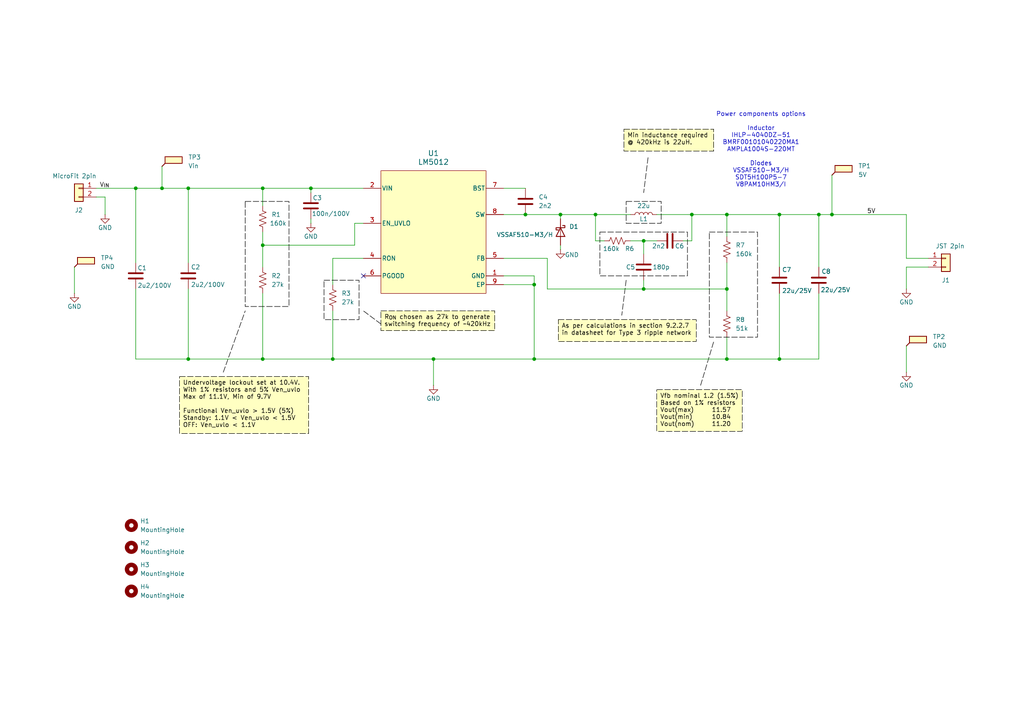
<source format=kicad_sch>
(kicad_sch (version 20250114) (generator "eeschema") (generator_version "9.0")
  (paper "A4")
  (title_block (title "LM5012/LM5013 regulator board for Sodlr") (rev "1.0") (company "By PrithviRaj Narendra"))
  (lib_symbols
    (symbol "NUCU_v4:C" (pin_numbers (hide yes)) (pin_names (offset 0.254))
      (property "Reference" "C" (at 0.635 2.54 0))
      (property "Value" "C" (at 0.635 -2.54 0))
      (symbol "C_0_1"
        (polyline (pts (xy -2.032 0.762) (xy 2.032 0.762)) (stroke (width 0.508)))
        (polyline (pts (xy -2.032 -0.762) (xy 2.032 -0.762)) (stroke (width 0.508)))
      )
      (symbol "C_1_1"
        (pin passive line (at 0 3.81 270) (length 2.794) (name "~") (number "1"))
        (pin passive line (at 0 -3.81 90) (length 2.794) (name "~") (number "2"))
      )
    )
    (symbol "NUCU_v4:Conn_01x02" (pin_names (offset 1.016) (hide yes))
      (property "Reference" "J" (at 0 2.54 0))
      (property "Value" "Conn_01x02" (at 0 -5.08 0))
      (symbol "Conn_01x02_1_1"
        (rectangle (start -1.27 1.27) (end 1.27 -3.81) (stroke (width 0.254)) (fill (type background)))
        (rectangle (start -1.27 0.127) (end 0 -0.127) (stroke (width 0.1524)))
        (rectangle (start -1.27 -2.413) (end 0 -2.667) (stroke (width 0.1524)))
        (pin passive line (at -5.08 0 0) (length 3.81) (name "Pin_1") (number "1"))
        (pin passive line (at -5.08 -2.54 0) (length 3.81) (name "Pin_2") (number "2"))
      )
    )
    (symbol "NUCU_v4:D_Schottky" (pin_numbers (hide yes)) (pin_names (offset 1.016) (hide yes))
      (property "Reference" "D" (at 0 2.54 0))
      (property "Value" "D_Schottky" (at 0 -2.54 0))
      (symbol "D_Schottky_0_1"
        (polyline (pts (xy -1.905 0.635) (xy -1.905 1.27) (xy -1.27 1.27) (xy -1.27 -1.27) (xy -0.635 -1.27) (xy -0.635 -0.635)) (stroke (width 0.254)))
        (polyline (pts (xy 1.27 1.27) (xy 1.27 -1.27) (xy -1.27 0) (xy 1.27 1.27)) (stroke (width 0.254)))
        (polyline (pts (xy 1.27 0) (xy -1.27 0)))
      )
      (symbol "D_Schottky_1_1"
        (pin passive line (at -3.81 0 0) (length 2.54) (name "K") (number "1"))
        (pin passive line (at 3.81 0 180) (length 2.54) (name "A") (number "2"))
      )
    )
    (symbol "NUCU_v4:GND" (power) (pin_numbers (hide yes)) (pin_names (offset 0) (hide yes))
      (property "Value" "GND" (at 0 -3.81 0))
      (symbol "GND_0_1"
        (polyline (pts (xy 0 0) (xy 0 -1.27) (xy 1.27 -1.27) (xy 0 -2.54) (xy -1.27 -1.27) (xy 0 -1.27)))
      )
      (symbol "GND_1_1"
        (pin power_in line (at 0 0 270) (length 0) (name "~") (number "1"))
      )
    )
    (symbol "NUCU_v4:L" (pin_numbers (hide yes)) (pin_names (offset 1.016) (hide yes))
      (property "Reference" "L" (at -1.27 0 90))
      (property "Value" "L" (at 1.905 0 90))
      (symbol "L_0_1"
        (arc (start 0 2.54) (mid 0.6323 1.905) (end 0 1.27))
        (arc (start 0 1.27) (mid 0.6323 0.635) (end 0 0))
        (arc (start 0 0) (mid 0.6323 -0.635) (end 0 -1.27))
        (arc (start 0 -1.27) (mid 0.6323 -1.905) (end 0 -2.54))
      )
      (symbol "L_1_1"
        (pin passive line (at 0 3.81 270) (length 1.27) (name "1") (number "1"))
        (pin passive line (at 0 -3.81 90) (length 1.27) (name "2") (number "2"))
      )
    )
    (symbol "NUCU_v4:LM5012DDAR" (pin_names (offset 0.254))
      (property "Reference" "U" (at -12.954 19.05 0))
      (property "Value" "LM5012DDAR" (at 0.762 -20.828 0))
      (symbol "LM5012DDAR_0_1"
        (pin power_in line (at -20.32 11.43 0) (length 5.08) (name "VIN") (number "2"))
        (pin input line (at -20.32 1.27 0) (length 5.08) (name "EN_UVLO") (number "3"))
        (pin unspecified line (at -20.32 -8.89 0) (length 5.08) (name "RON") (number "4"))
        (pin open_collector line (at -20.32 -13.97 0) (length 5.08) (name "PGOOD") (number "6"))
        (pin unspecified line (at 20.32 11.43 180) (length 5.08) (name "BST") (number "7"))
        (pin unspecified line (at 20.32 3.81 180) (length 5.08) (name "SW") (number "8"))
        (pin unspecified line (at 20.32 -8.89 180) (length 5.08) (name "FB") (number "5"))
        (pin power_in line (at 20.32 -13.97 180) (length 5.08) (name "GND") (number "1"))
        (pin unspecified line (at 20.32 -16.51 180) (length 5.08) (name "EP") (number "9"))
      )
      (symbol "LM5012DDAR_1_1"
        (rectangle (start -15.24 16.51) (end 15.24 -19.05) (fill (type background)))
      )
    )
    (symbol "NUCU_v4:MountingHole" (pin_names (offset 1.016)) (exclude_from_sim yes) (in_bom no)
      (property "Reference" "H" (at 0 5.08 0))
      (property "Value" "MountingHole" (at 0 3.175 0))
      (symbol "MountingHole_0_1"
        (circle (center 0 0) (radius 1.27) (stroke (width 1.27)))
      )
    )
    (symbol "NUCU_v4:R_US" (pin_numbers (hide yes)) (pin_names (offset 0))
      (property "Reference" "R" (at 2.54 0 90))
      (property "Value" "R_US" (at -2.54 0 90))
      (symbol "R_US_0_1"
        (polyline (pts (xy 0 2.286) (xy 0 2.54)))
        (polyline (pts (xy 0 2.286) (xy 1.016 1.905) (xy 0 1.524) (xy -1.016 1.143) (xy 0 0.762)))
        (polyline (pts (xy 0 0.762) (xy 1.016 0.381) (xy 0 0) (xy -1.016 -0.381) (xy 0 -0.762)))
        (polyline (pts (xy 0 -0.762) (xy 1.016 -1.143) (xy 0 -1.524) (xy -1.016 -1.905) (xy 0 -2.286)))
        (polyline (pts (xy 0 -2.286) (xy 0 -2.54)))
      )
      (symbol "R_US_1_1"
        (pin passive line (at 0 3.81 270) (length 1.27) (name "~") (number "1"))
        (pin passive line (at 0 -3.81 90) (length 1.27) (name "~") (number "2"))
      )
    )
    (symbol "NUCU_v4:TestPoint_Flag" (pin_numbers (hide yes)) (pin_names (offset 0.762) (hide yes))
      (property "Reference" "TP" (at 3.429 1.778 0))
      (property "Value" "TestPoint_Flag" (at 3.302 4.191 0))
      (symbol "TestPoint_Flag_0_1"
        (polyline (pts (xy 0 0) (xy 0.889 0.889)) (stroke (width 0.254)))
        (rectangle (start 0.889 2.794) (end 5.842 0.889) (stroke (width 0.254)) (fill (type background)))
      )
      (symbol "TestPoint_Flag_1_1"
        (pin passive line (at 0 0 90) (length 0) (name "1") (number "1"))
      )
    )
  )
  (rectangle (start 173.99 67.31) (end 199.39 80.01) (stroke (width 0) (type dash) (color 0 0 0 1)))
  (rectangle (start 71.12 58.42) (end 83.82 88.9) (stroke (width 0) (type dash) (color 0 0 0 1)))
  (rectangle (start 205.74 67.31) (end 219.71 97.79) (stroke (width 0) (type dash) (color 0 0 0 1)))
  (rectangle (start 181.61 58.42) (end 191.77 64.77) (stroke (width 0) (type dash) (color 0 0 0 1)))
  (rectangle (start 93.98 81.28) (end 104.14 92.71) (stroke (width 0) (type dash) (color 0 0 0 1)))
  (text "Power components options\n\nInductor\nIHLP-4040DZ-51\nBMRF00101040220MA1\nAMPLA1004S-220MT\n\nDiodes\nVSSAF510-M3/H\nSDT5H100P5-7\nV8PAM10HM3/I" (at 220.726 43.434 0) (effects (font (size 1.27 1.27))))
  (text_box "Min inductance required \n@ 420kHz is 22uH." (at 180.975 37.465 0) (size 26.035 6.35) (margins 0.9525 0.9525 0.9525 0.9525) (stroke (width 0) (type dash) (color 0 0 0 1)) (fill (type color) (color 255 255 194 1)) (effects (font (size 1.27 1.27)) (justify left top)))
  (text_box "As per calculations in section 9.2.2.7\nin datasheet for Type 3 ripple network" (at 161.925 92.71 0) (size 40.005 6.35) (margins 0.9525 0.9525 0.9525 0.9525) (stroke (width 0) (type dash) (color 0 0 0 1)) (fill (type color) (color 255 255 194 1)) (effects (font (size 1.27 1.27)) (justify left top)))
  (text_box "Vfb nominal 1.2 (1.5%)\nBased on 1% resistors \nVout(max)	11.57\nVout(min)	10.84\nVout(nom)	11.20\n\n" (at 190.5 113.03 0) (size 24.765 12.065) (margins 0.9525 0.9525 0.9525 0.9525) (stroke (width 0) (type dash) (color 0 0 0 1)) (fill (type color) (color 255 255 194 1)) (effects (font (size 1.27 1.27)) (justify left top)))
  (text_box "Undervoltage lockout set at 10.4V.\nWith 1% resistors and 5% Ven_uvlo\nMax of 11.1V, Min of 9.7V\n\nFunctional Ven_uvlo > 1.5V (5%)\nStandby: 1.1V < Ven_uvlo < 1.5V\nOFF: Ven_uvlo < 1.1V" (at 52.07 109.22 0) (size 37.465 16.51) (margins 0.9525 0.9525 0.9525 0.9525) (stroke (width 0) (type dash) (color 0 0 0 1)) (fill (type color) (color 255 255 194 1)) (effects (font (size 1.27 1.27)) (justify left top)))
  (text_box "R_{ON} chosen as 27k to generate\nswitching frequency of ~420kHz" (at 110.49 90.17 0) (size 33.02 5.715) (margins 0.9525 0.9525 0.9525 0.9525) (stroke (width 0) (type dash) (color 0 0 0 1)) (fill (type color) (color 255 255 194 1)) (effects (font (size 1.27 1.27)) (justify left top)))
  (junction (at 152.4 62.23))
  (junction (at 210.82 62.23))
  (junction (at 154.94 82.55))
  (junction (at 226.06 62.23))
  (junction (at 76.2 71.12))
  (junction (at 76.2 54.61))
  (junction (at 90.17 54.61))
  (junction (at 154.94 104.14))
  (junction (at 125.73 104.14))
  (junction (at 54.61 54.61))
  (junction (at 162.56 62.23))
  (junction (at 186.69 69.85))
  (junction (at 96.52 104.14))
  (junction (at 46.99 54.61))
  (junction (at 186.69 83.82))
  (junction (at 241.3 62.23))
  (junction (at 237.49 62.23))
  (junction (at 200.66 62.23))
  (junction (at 172.72 62.23))
  (junction (at 226.06 104.14))
  (junction (at 210.82 104.14))
  (junction (at 210.82 83.82))
  (junction (at 76.2 104.14))
  (junction (at 54.61 104.14))
  (junction (at 39.37 54.61))
  (no_connect (at 105.41 80.01))
  (wire (pts (xy 210.82 97.79) (xy 210.82 104.14)))
  (wire (pts (xy 54.61 104.14) (xy 76.2 104.14)))
  (wire (pts (xy 186.69 81.28) (xy 186.69 83.82)))
  (polyline (pts (xy 64.77 107.95) (xy 71.12 90.17)) (stroke (width 0) (type dash) (color 0 0 0 1)))
  (wire (pts (xy 200.66 62.23) (xy 200.66 69.85)))
  (wire (pts (xy 210.82 76.2) (xy 210.82 83.82)))
  (wire (pts (xy 39.37 104.14) (xy 54.61 104.14)))
  (wire (pts (xy 102.87 64.77) (xy 105.41 64.77)))
  (wire (pts (xy 186.69 73.66) (xy 186.69 69.85)))
  (wire (pts (xy 210.82 62.23) (xy 200.66 62.23)))
  (wire (pts (xy 210.82 62.23) (xy 226.06 62.23)))
  (wire (pts (xy 46.99 54.61) (xy 54.61 54.61)))
  (wire (pts (xy 54.61 83.82) (xy 54.61 104.14)))
  (wire (pts (xy 154.94 82.55) (xy 154.94 104.14)))
  (wire (pts (xy 96.52 74.93) (xy 96.52 82.55)))
  (wire (pts (xy 200.66 62.23) (xy 190.5 62.23)))
  (wire (pts (xy 76.2 59.69) (xy 76.2 54.61)))
  (wire (pts (xy 154.94 80.01) (xy 154.94 82.55)))
  (wire (pts (xy 162.56 63.5) (xy 162.56 62.23)))
  (wire (pts (xy 237.49 85.09) (xy 237.49 104.14)))
  (wire (pts (xy 39.37 54.61) (xy 46.99 54.61)))
  (wire (pts (xy 76.2 77.47) (xy 76.2 71.12)))
  (wire (pts (xy 210.82 104.14) (xy 226.06 104.14)))
  (wire (pts (xy 90.17 55.88) (xy 90.17 54.61)))
  (polyline (pts (xy 181.61 81.28) (xy 180.34 91.44)) (stroke (width 0) (type dash) (color 0 0 0 1)))
  (wire (pts (xy 210.82 90.17) (xy 210.82 83.82)))
  (wire (pts (xy 125.73 104.14) (xy 125.73 111.76)))
  (wire (pts (xy 210.82 68.58) (xy 210.82 62.23)))
  (wire (pts (xy 269.24 77.47) (xy 262.89 77.47)))
  (wire (pts (xy 226.06 85.09) (xy 226.06 104.14)))
  (wire (pts (xy 39.37 83.82) (xy 39.37 104.14)))
  (wire (pts (xy 154.94 104.14) (xy 210.82 104.14)))
  (wire (pts (xy 76.2 54.61) (xy 90.17 54.61)))
  (wire (pts (xy 158.75 74.93) (xy 158.75 83.82)))
  (wire (pts (xy 162.56 62.23) (xy 172.72 62.23)))
  (wire (pts (xy 186.69 69.85) (xy 182.88 69.85)))
  (wire (pts (xy 146.05 74.93) (xy 158.75 74.93)))
  (wire (pts (xy 172.72 62.23) (xy 182.88 62.23)))
  (wire (pts (xy 172.72 62.23) (xy 172.72 69.85)))
  (polyline (pts (xy 110.49 93.98) (xy 105.41 90.17)) (stroke (width 0) (type dash) (color 0 0 0 1)))
  (wire (pts (xy 27.94 54.61) (xy 39.37 54.61)))
  (wire (pts (xy 146.05 80.01) (xy 154.94 80.01)))
  (wire (pts (xy 146.05 54.61) (xy 152.4 54.61)))
  (wire (pts (xy 241.3 50.8) (xy 241.3 62.23)))
  (wire (pts (xy 21.59 85.09) (xy 21.59 77.47)))
  (wire (pts (xy 76.2 104.14) (xy 96.52 104.14)))
  (wire (pts (xy 102.87 71.12) (xy 102.87 64.77)))
  (wire (pts (xy 96.52 90.17) (xy 96.52 104.14)))
  (wire (pts (xy 30.48 57.15) (xy 30.48 62.23)))
  (wire (pts (xy 76.2 85.09) (xy 76.2 104.14)))
  (wire (pts (xy 226.06 62.23) (xy 226.06 77.47)))
  (wire (pts (xy 262.89 107.95) (xy 262.89 100.33)))
  (wire (pts (xy 226.06 104.14) (xy 237.49 104.14)))
  (wire (pts (xy 152.4 62.23) (xy 162.56 62.23)))
  (wire (pts (xy 39.37 54.61) (xy 39.37 76.2)))
  (wire (pts (xy 27.94 57.15) (xy 30.48 57.15)))
  (wire (pts (xy 241.3 62.23) (xy 262.89 62.23)))
  (wire (pts (xy 262.89 74.93) (xy 269.24 74.93)))
  (wire (pts (xy 186.69 83.82) (xy 210.82 83.82)))
  (wire (pts (xy 146.05 82.55) (xy 154.94 82.55)))
  (wire (pts (xy 54.61 54.61) (xy 76.2 54.61)))
  (wire (pts (xy 226.06 62.23) (xy 237.49 62.23)))
  (wire (pts (xy 158.75 83.82) (xy 186.69 83.82)))
  (polyline (pts (xy 187.96 45.72) (xy 186.69 55.88)) (stroke (width 0) (type dash) (color 0 0 0 1)))
  (wire (pts (xy 237.49 62.23) (xy 237.49 77.47)))
  (wire (pts (xy 54.61 54.61) (xy 54.61 76.2)))
  (wire (pts (xy 46.99 48.26) (xy 46.99 54.61)))
  (wire (pts (xy 76.2 71.12) (xy 102.87 71.12)))
  (wire (pts (xy 262.89 62.23) (xy 262.89 74.93)))
  (wire (pts (xy 125.73 104.14) (xy 154.94 104.14)))
  (wire (pts (xy 162.56 72.39) (xy 162.56 71.12)))
  (wire (pts (xy 262.89 77.47) (xy 262.89 83.82)))
  (wire (pts (xy 90.17 64.77) (xy 90.17 63.5)))
  (wire (pts (xy 146.05 62.23) (xy 152.4 62.23)))
  (wire (pts (xy 96.52 104.14) (xy 125.73 104.14)))
  (wire (pts (xy 190.5 69.85) (xy 186.69 69.85)))
  (wire (pts (xy 96.52 74.93) (xy 105.41 74.93)))
  (wire (pts (xy 90.17 54.61) (xy 105.41 54.61)))
  (wire (pts (xy 237.49 62.23) (xy 241.3 62.23)))
  (wire (pts (xy 172.72 69.85) (xy 175.26 69.85)))
  (wire (pts (xy 198.12 69.85) (xy 200.66 69.85)))
  (wire (pts (xy 76.2 71.12) (xy 76.2 67.31)))
  (polyline (pts (xy 203.2 111.76) (xy 207.01 99.06)) (stroke (width 0) (type dash) (color 0 0 0 1)))
  (label "5V" (at 251.46 62.23 0) (effects (font (thickness 0.1588))))
  (label "V_{IN}" (at 31.75 54.61 180) (effects (font (thickness 0.1588))))
  (symbol (lib_id "NUCU_v4:Conn_01x02") (at 22.86 54.61 0) (mirror y) (unit 1)
    (property "Reference" "J2" (at 22.86 60.96 0))
    (property "Value" "MicroFit 2pin" (at 21.59 51.054 0))
    (property "Footprint" "Soldr:Molex_Micro-Fit_3.0_43045-0200_2x01_P3.00mm_Horizontal" (effects (hide yes)))
    (property "Description" "Generic connector, single row, 01x02, script generated (kicad-library-utils/schlib/autogen/connector/)" (effects (hide yes)))
    (property "PN" "ST2136CO6553" (effects (hide yes)))
  )
  (symbol (lib_id "NUCU_v4:MountingHole") (at 38.1 171.45 0) (unit 1) (in_bom no)
    (property "Reference" "H4" (at 40.64 170.1799 0) (effects (justify left)))
    (property "Value" "MountingHole" (at 40.64 172.7199 0) (effects (justify left)))
    (property "Footprint" "Soldr:MountingHole_2.7mm_M2.5" (effects (hide yes)))
    (property "Description" "Mounting Hole without connection" (effects (hide yes)))
  )
  (symbol (lib_id "NUCU_v4:C") (at 152.4 58.42 0) (unit 1)
    (property "Reference" "C4" (at 156.21 57.1499 0) (effects (justify left)))
    (property "Value" "2n2" (at 156.21 59.6899 0) (effects (justify left)))
    (property "Footprint" "Soldr:C_0402_1005Metric_Pad0.74x0.62mm_HandSolder" (effects (hide yes)))
    (property "Description" "Unpolarized capacitor" (effects (hide yes)))
    (property "PN" "CC0402KRX7R5BB222" (effects (hide yes)))
  )
  (symbol (lib_id "NUCU_v4:C") (at 90.17 59.69 0) (unit 1)
    (property "Reference" "C3" (at 90.678 57.404 0) (effects (justify left)))
    (property "Value" "100n/100V" (at 90.424 61.976 0) (effects (justify left)))
    (property "Footprint" "Soldr:C_0603_1608Metric_Pad1.08x0.95mm_HandSolder" (effects (hide yes)))
    (property "Datasheet" "https://mm.digikey.com/Volume0/opasdata/d220001/medias/docus/1296/CL10B104KC8NNNC_Spec.pdf" (effects (hide yes)))
    (property "Description" "Unpolarized capacitor" (effects (hide yes)))
    (property "PN" "CL10B104KC8NNNC" (effects (hide yes)))
  )
  (symbol (lib_id "NUCU_v4:R_US") (at 179.07 69.85 90) (unit 1)
    (property "Reference" "R6" (at 182.626 72.136 90))
    (property "Value" "160k" (at 177.292 72.136 90))
    (property "Footprint" "Soldr:R_0402_1005Metric_Pad0.72x0.64mm_HandSolder" (effects (hide yes)))
    (property "Description" "Resistor, US symbol" (effects (hide yes)))
    (property "PN" "RC0402FR-07160KL" (effects (hide yes)))
  )
  (symbol (lib_id "NUCU_v4:D_Schottky") (at 162.56 67.31 270) (unit 1)
    (property "Reference" "D1" (at 165.1 65.7224 90) (effects (justify left)))
    (property "Value" "VSSAF510-M3/H" (at 144.018 68.072 90) (effects (justify left)))
    (property "Footprint" "Soldr:D_SMA_Handsoldering" (effects (hide yes)))
    (property "Description" "Schottky diode" (effects (hide yes)))
    (property "PN" "VSSAF510-M3/H" (effects (hide yes)))
  )
  (symbol (lib_id "NUCU_v4:GND") (at 90.17 64.77 0) (unit 1)
    (property "Reference" "#PWR01" (effects (hide yes)))
    (property "Value" "GND" (at 90.17 68.58 0))
    (property "Description" "Power symbol creates a global label with name \"GND\" , ground" (effects (hide yes)))
  )
  (symbol (lib_id "NUCU_v4:TestPoint_Flag") (at 241.3 50.8 0) (unit 1) (in_bom no)
    (property "Reference" "TP1" (at 248.92 48.1329 0) (effects (justify left)))
    (property "Value" "5V" (at 248.92 50.6729 0) (effects (justify left)))
    (property "Footprint" "Soldr:TestPoint_THTPad_D2.5mm_Drill1.2mm" (effects (hide yes)))
    (property "Description" "test point (alternative flag-style design)" (effects (hide yes)))
  )
  (symbol (lib_id "NUCU_v4:MountingHole") (at 38.1 158.75 0) (unit 1) (in_bom no)
    (property "Reference" "H2" (at 40.64 157.4799 0) (effects (justify left)))
    (property "Value" "MountingHole" (at 40.64 160.0199 0) (effects (justify left)))
    (property "Footprint" "Soldr:MountingHole_2.7mm_M2.5" (effects (hide yes)))
    (property "Description" "Mounting Hole without connection" (effects (hide yes)))
  )
  (symbol (lib_id "NUCU_v4:TestPoint_Flag") (at 46.99 48.26 0) (unit 1) (in_bom no)
    (property "Reference" "TP3" (at 54.61 45.5929 0) (effects (justify left)))
    (property "Value" "Vin" (at 54.61 48.1329 0) (effects (justify left)))
    (property "Footprint" "Soldr:TestPoint_THTPad_D2.5mm_Drill1.2mm" (effects (hide yes)))
    (property "Description" "test point (alternative flag-style design)" (effects (hide yes)))
  )
  (symbol (lib_id "NUCU_v4:C") (at 237.49 81.28 0) (unit 1)
    (property "Reference" "C8" (at 238.252 78.74 0) (effects (justify left)))
    (property "Value" "22u/25V" (at 237.998 84.074 0) (effects (justify left)))
    (property "Footprint" "Soldr:C_1206_3216Metric_Pad1.33x1.80mm_HandSolder" (effects (hide yes)))
    (property "Datasheet" "https://mm.digikey.com/Volume0/opasdata/d220001/medias/docus/658/CL31A226KAHNNNE_Spec.pdf" (effects (hide yes)))
    (property "Description" "Unpolarized capacitor" (effects (hide yes)))
    (property "PN" "CL31A226KAHNNNE" (effects (hide yes)))
  )
  (symbol (lib_id "NUCU_v4:R_US") (at 210.82 72.39 0) (unit 1)
    (property "Reference" "R7" (at 213.36 71.1199 0) (effects (justify left)))
    (property "Value" "160k" (at 213.36 73.6599 0) (effects (justify left)))
    (property "Footprint" "Soldr:R_0402_1005Metric_Pad0.72x0.64mm_HandSolder" (effects (hide yes)))
    (property "Description" "Resistor, US symbol" (effects (hide yes)))
    (property "PN" "RC0402FR-07160KL" (effects (hide yes)))
  )
  (symbol (lib_id "NUCU_v4:TestPoint_Flag") (at 262.89 100.33 0) (unit 1) (in_bom no)
    (property "Reference" "TP2" (at 270.51 97.6629 0) (effects (justify left)))
    (property "Value" "GND" (at 270.51 100.2029 0) (effects (justify left)))
    (property "Footprint" "Soldr:TestPoint_THTPad_D2.5mm_Drill1.2mm" (effects (hide yes)))
    (property "Description" "test point (alternative flag-style design)" (effects (hide yes)))
  )
  (symbol (lib_id "NUCU_v4:R_US") (at 76.2 81.28 0) (unit 1)
    (property "Reference" "R2" (at 78.74 80.0099 0) (effects (justify left)))
    (property "Value" "27k" (at 78.74 82.5499 0) (effects (justify left)))
    (property "Footprint" "Soldr:R_0402_1005Metric_Pad0.72x0.64mm_HandSolder" (effects (hide yes)))
    (property "Description" "Resistor, US symbol" (effects (hide yes)))
    (property "PN" "RC0402FR-0727KL" (effects (hide yes)))
  )
  (symbol (lib_id "NUCU_v4:C") (at 186.69 77.47 180) (unit 1)
    (property "Reference" "C5" (at 182.88 77.47 0))
    (property "Value" "180p" (at 191.77 77.47 0))
    (property "Footprint" "Soldr:C_0402_1005Metric_Pad0.74x0.62mm_HandSolder" (effects (hide yes)))
    (property "Description" "Unpolarized capacitor" (effects (hide yes)))
    (property "PN" "CL05C181JB5NNNC" (effects (hide yes)))
  )
  (symbol (lib_id "NUCU_v4:R_US") (at 76.2 63.5 0) (unit 1)
    (property "Reference" "R1" (at 78.74 62.2299 0) (effects (justify left)))
    (property "Value" "160k" (at 78.232 64.77 0) (effects (justify left)))
    (property "Footprint" "Soldr:R_0402_1005Metric_Pad0.72x0.64mm_HandSolder" (effects (hide yes)))
    (property "Description" "Resistor, US symbol" (effects (hide yes)))
    (property "PN" "RC0402FR-07160KL" (effects (hide yes)))
  )
  (symbol (lib_id "NUCU_v4:GND") (at 21.59 85.09 0) (unit 1)
    (property "Reference" "#PWR08" (effects (hide yes)))
    (property "Value" "GND" (at 21.59 88.9 0))
    (property "Description" "Power symbol creates a global label with name \"GND\" , ground" (effects (hide yes)))
  )
  (symbol (lib_id "NUCU_v4:C") (at 39.37 80.01 0) (unit 1)
    (property "Reference" "C1" (at 39.878 77.724 0) (effects (justify left)))
    (property "Value" "2u2/100V" (at 39.878 82.804 0) (effects (justify left)))
    (property "Footprint" "Soldr:C_1210_3225Metric_Pad1.33x2.70mm_HandSolder" (effects (hide yes)))
    (property "Datasheet" "https://www.passivecomponent.com/wp-content/uploads/datasheet/WTC_MLCC_Soft_term_SH.pdf" (effects (hide yes)))
    (property "Description" "Unpolarized capacitor" (effects (hide yes)))
    (property "PN" "SH32B225K101CT" (effects (hide yes)))
  )
  (symbol (lib_id "NUCU_v4:GND") (at 262.89 83.82 0) (unit 1)
    (property "Reference" "#PWR06" (effects (hide yes)))
    (property "Value" "GND" (at 262.89 87.63 0))
    (property "Description" "Power symbol creates a global label with name \"GND\" , ground" (effects (hide yes)))
  )
  (symbol (lib_id "NUCU_v4:GND") (at 30.48 62.23 0) (unit 1)
    (property "Reference" "#PWR07" (effects (hide yes)))
    (property "Value" "GND" (at 30.48 66.04 0))
    (property "Description" "Power symbol creates a global label with name \"GND\" , ground" (effects (hide yes)))
  )
  (symbol (lib_id "NUCU_v4:MountingHole") (at 38.1 165.1 0) (unit 1) (in_bom no)
    (property "Reference" "H3" (at 40.64 163.8299 0) (effects (justify left)))
    (property "Value" "MountingHole" (at 40.64 166.3699 0) (effects (justify left)))
    (property "Footprint" "Soldr:MountingHole_2.7mm_M2.5" (effects (hide yes)))
    (property "Description" "Mounting Hole without connection" (effects (hide yes)))
  )
  (symbol (lib_id "NUCU_v4:L") (at 186.69 62.23 90) (unit 1)
    (property "Reference" "L1" (at 186.69 63.5 90))
    (property "Value" "22u" (at 186.69 59.69 90))
    (property "Footprint" "Soldr:L_Chilisin_BMRF00101040" (effects (hide yes)))
    (property "Description" "22 µH Shielded Inductor" (effects (hide yes)))
    (property "PN" "BMRF00101040220MA1" (effects (hide yes)))
  )
  (symbol (lib_id "NUCU_v4:LM5012DDAR") (at 125.73 66.04 0) (unit 1)
    (property "Reference" "U1" (at 125.73 44.45 0) (effects (font (size 1.524 1.524))))
    (property "Value" "LM5012" (at 125.73 46.99 0) (effects (font (size 1.524 1.524))))
    (property "Footprint" "Soldr:SOIC-8-1EP_3.9x4.9mm_P1.27mm_EP2.29x3mm_ThermalVias" (effects (hide yes)))
    (property "Datasheet" "https://www.ti.com/lit/ds/symlink/lm5012.pdf" (effects (hide yes)))
    (property "Description" "Buck Switching Regulator IC Positive Adjustable 1.2V 1 Output 2.5A 8-PowerSOIC (0.154\", 3.90mm Width)" (effects (hide yes)))
    (property "PN" "LM5012DDAR" (effects (hide yes)))
  )
  (symbol (lib_id "NUCU_v4:C") (at 54.61 80.01 0) (unit 1)
    (property "Reference" "C2" (at 55.372 77.47 0) (effects (justify left)))
    (property "Value" "2u2/100V" (at 55.372 82.55 0) (effects (justify left)))
    (property "Footprint" "Soldr:C_1210_3225Metric_Pad1.33x2.70mm_HandSolder" (effects (hide yes)))
    (property "Datasheet" "https://www.passivecomponent.com/wp-content/uploads/datasheet/WTC_MLCC_Soft_term_SH.pdf" (effects (hide yes)))
    (property "Description" "Unpolarized capacitor" (effects (hide yes)))
    (property "PN" "SH32B225K101CT" (effects (hide yes)))
  )
  (symbol (lib_id "NUCU_v4:Conn_01x02") (at 274.32 74.93 0) (unit 1)
    (property "Reference" "J1" (at 274.32 81.28 0))
    (property "Value" "JST 2pin" (at 275.59 71.374 0))
    (property "Footprint" "Soldr:JST_EH_S2B-EH_1x02_P2.50mm_Horizontal" (effects (hide yes)))
    (property "Description" "Generic connector, single row, 01x02, script generated (kicad-library-utils/schlib/autogen/connector/)" (effects (hide yes)))
    (property "PN" "ST2136CO6553" (effects (hide yes)))
  )
  (symbol (lib_id "NUCU_v4:MountingHole") (at 38.1 152.4 0) (unit 1) (in_bom no)
    (property "Reference" "H1" (at 40.64 151.1299 0) (effects (justify left)))
    (property "Value" "MountingHole" (at 40.64 153.6699 0) (effects (justify left)))
    (property "Footprint" "Soldr:MountingHole_2.7mm_M2.5" (effects (hide yes)))
    (property "Description" "Mounting Hole without connection" (effects (hide yes)))
  )
  (symbol (lib_id "NUCU_v4:C") (at 226.06 81.28 0) (unit 1)
    (property "Reference" "C7" (at 226.822 78.232 0) (effects (justify left)))
    (property "Value" "22u/25V" (at 226.822 84.328 0) (effects (justify left)))
    (property "Footprint" "Soldr:C_1206_3216Metric_Pad1.33x1.80mm_HandSolder" (effects (hide yes)))
    (property "Datasheet" "https://mm.digikey.com/Volume0/opasdata/d220001/medias/docus/658/CL31A226KAHNNNE_Spec.pdf" (effects (hide yes)))
    (property "Description" "Unpolarized capacitor" (effects (hide yes)))
    (property "PN" "CL31A226KAHNNNE" (effects (hide yes)))
  )
  (symbol (lib_id "NUCU_v4:GND") (at 125.73 111.76 0) (unit 1)
    (property "Reference" "#PWR03" (effects (hide yes)))
    (property "Value" "GND" (at 125.73 115.57 0))
    (property "Description" "Power symbol creates a global label with name \"GND\" , ground" (effects (hide yes)))
  )
  (symbol (lib_id "NUCU_v4:GND") (at 262.89 107.95 0) (unit 1)
    (property "Reference" "#PWR05" (effects (hide yes)))
    (property "Value" "GND" (at 262.89 111.76 0))
    (property "Description" "Power symbol creates a global label with name \"GND\" , ground" (effects (hide yes)))
  )
  (symbol (lib_id "NUCU_v4:R_US") (at 96.52 86.36 0) (unit 1)
    (property "Reference" "R3" (at 99.06 85.0899 0) (effects (justify left)))
    (property "Value" "27k" (at 99.06 87.6299 0) (effects (justify left)))
    (property "Footprint" "Soldr:R_0402_1005Metric_Pad0.72x0.64mm_HandSolder" (effects (hide yes)))
    (property "Description" "Resistor, US symbol" (effects (hide yes)))
    (property "PN" "RC0402FR-0727KL" (effects (hide yes)))
  )
  (symbol (lib_id "NUCU_v4:GND") (at 162.56 72.39 0) (unit 1)
    (property "Reference" "#PWR04" (effects (hide yes)))
    (property "Value" "GND" (at 165.862 73.914 0))
    (property "Description" "Power symbol creates a global label with name \"GND\" , ground" (effects (hide yes)))
  )
  (symbol (lib_id "NUCU_v4:TestPoint_Flag") (at 21.59 77.47 0) (unit 1) (in_bom no)
    (property "Reference" "TP4" (at 29.21 74.8029 0) (effects (justify left)))
    (property "Value" "GND" (at 29.21 77.3429 0) (effects (justify left)))
    (property "Footprint" "Soldr:TestPoint_THTPad_D2.5mm_Drill1.2mm" (effects (hide yes)))
    (property "Description" "test point (alternative flag-style design)" (effects (hide yes)))
  )
  (symbol (lib_id "NUCU_v4:R_US") (at 210.82 93.98 0) (unit 1)
    (property "Reference" "R8" (at 213.36 92.7099 0) (effects (justify left)))
    (property "Value" "51k" (at 213.36 95.2499 0) (effects (justify left)))
    (property "Footprint" "Soldr:R_0402_1005Metric_Pad0.72x0.64mm_HandSolder" (effects (hide yes)))
    (property "Description" "Resistor, US symbol" (effects (hide yes)))
    (property "PN" "RC0402FR-0751KL" (effects (hide yes)))
  )
  (symbol (lib_id "NUCU_v4:C") (at 194.31 69.85 90) (unit 1)
    (property "Reference" "C6" (at 197.104 71.374 90))
    (property "Value" "2n2" (at 191.008 71.374 90))
    (property "Footprint" "Soldr:C_0402_1005Metric_Pad0.74x0.62mm_HandSolder" (effects (hide yes)))
    (property "Description" "Unpolarized capacitor" (effects (hide yes)))
    (property "PN" "CC0402KRX7R5BB222" (effects (hide yes)))
  )
)
</source>
